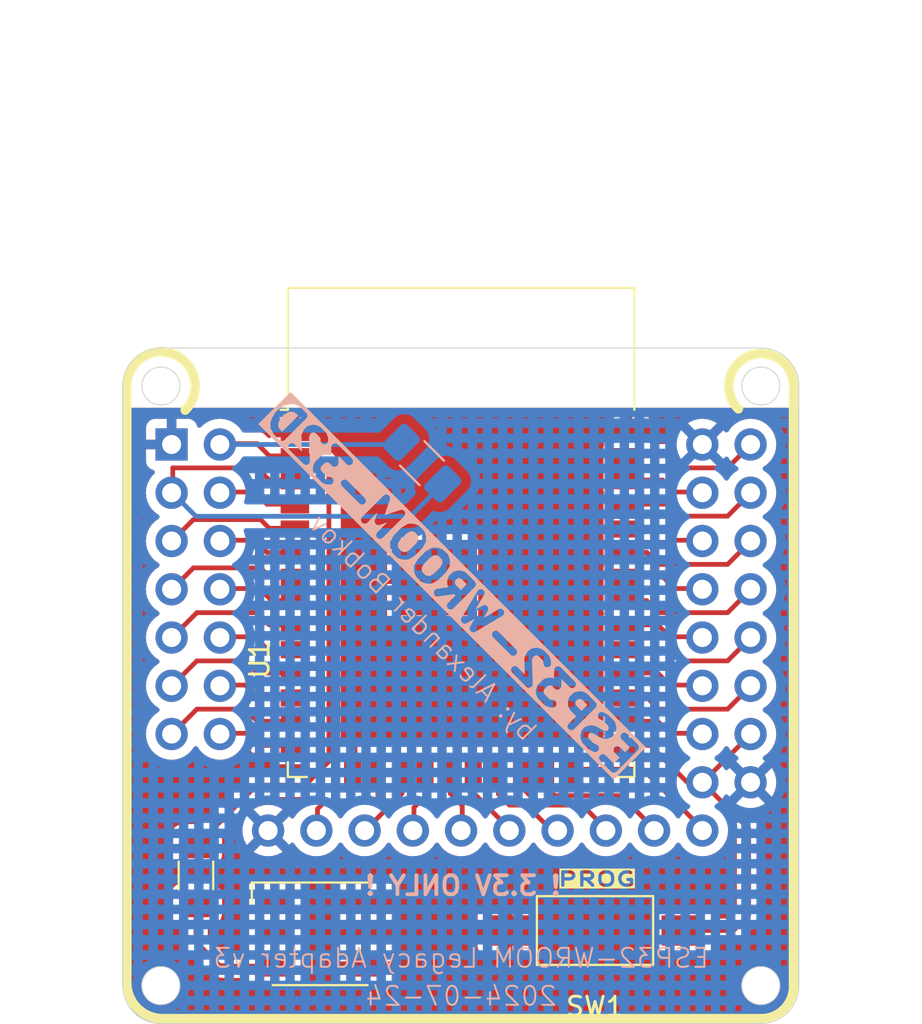
<source format=kicad_pcb>
(kicad_pcb (version 20240108) (generator "pcbnew") (generator_version "8.0")
  (layers (0 "F.Cu" signal) (31 "B.Cu" signal) (34 "B.Paste" user) (35 "F.Paste" user) (36 "B.SilkS" user "B.Silkscreen") (37 "F.SilkS" user "F.Silkscreen") (38 "B.Mask" user) (39 "F.Mask" user) (44 "Edge.Cuts" user))
  (net 0 "")
  (net 1 "GND")
  (net 2 "unconnected-(U1-SENSOR_VP-Pad4)")
  (net 3 "unconnected-(U1-SENSOR_VN-Pad5)")
  (net 4 "unconnected-(U1-IO34-Pad6)")
  (net 5 "unconnected-(U1-IO35-Pad7)")
  (net 6 "unconnected-(U1-IO32-Pad8)")
  (net 7 "unconnected-(U1-IO33-Pad9)")
  (net 8 "unconnected-(U1-IO25-Pad10)")
  (net 9 "unconnected-(U1-IO26-Pad11)")
  (net 10 "unconnected-(U1-IO27-Pad12)")
  (net 11 "unconnected-(U1-IO14-Pad13)")
  (net 12 "unconnected-(U1-IO12-Pad14)")
  (net 13 "unconnected-(U1-IO13-Pad16)")
  (net 14 "unconnected-(U1-SHD{slash}SD2-Pad17)")
  (net 15 "unconnected-(U1-SWP{slash}SD3-Pad18)")
  (net 16 "unconnected-(U1-SCS{slash}CMD-Pad19)")
  (net 17 "unconnected-(U1-SCK{slash}CLK-Pad20)")
  (net 18 "unconnected-(U1-SDO{slash}SD0-Pad21)")
  (net 19 "unconnected-(U1-SDI{slash}SD1-Pad22)")
  (net 20 "unconnected-(U1-IO15-Pad23)")
  (net 21 "unconnected-(U1-IO2-Pad24)")
  (net 22 "unconnected-(U1-IO4-Pad26)")
  (net 23 "unconnected-(U1-IO16-Pad27)")
  (net 24 "unconnected-(U1-IO17-Pad28)")
  (net 25 "unconnected-(U1-IO5-Pad29)")
  (net 26 "unconnected-(U1-IO18-Pad30)")
  (net 27 "unconnected-(U1-IO19-Pad31)")
  (net 28 "unconnected-(U1-NC-Pad32)")
  (net 29 "unconnected-(U1-IO21-Pad33)")
  (net 30 "unconnected-(U1-RXD0{slash}IO3-Pad34)")
  (net 31 "unconnected-(U1-TXD0{slash}IO1-Pad35)")
  (net 32 "unconnected-(U1-IO22-Pad36)")
  (net 33 "unconnected-(U1-IO23-Pad37)")
  (net 34 "+3V3")
  (net 36 "Net-(D1-AB)")
  (net 37 "Net-(U1-EN)")
  (net 38 "/GPIO0")
  (footprint "Alexander Footprint Library:LED_5050-6" (layer "F.Cu") (at 152.54 107.075)
    (property "Reference" "D1" (hide yes))
    (property "Value" "LED_SMD_5050")
    (fp_line (start -3.6 -2.7) (end 2.5 -2.7) (stroke (width 0.12)) (layer "F.SilkS"))
    (fp_line (start -3.6 -1.6) (end -3.6 -2.7) (stroke (width 0.12)) (layer "F.SilkS"))
    (fp_line (start 2.5 2.7) (end -2.5 2.7) (stroke (width 0.12)) (layer "F.SilkS"))
    (pad "1" smd rect (at -2.4 -1.7 90) (size 1.1 2) (layers "F.Cu" "F.Paste" "F.Mask") (net 36 "Net-(D1-AB)"))
    (pad "2" smd rect (at -2.4 0 90) (size 1.1 2) (layers "F.Cu" "F.Paste" "F.Mask") (net 36 "Net-(D1-AB)"))
    (pad "3" smd rect (at -2.4 1.7 90) (size 1.1 2) (layers "F.Cu" "F.Paste" "F.Mask") (net 36 "Net-(D1-AB)"))
    (pad "4" smd rect (at 2.4 1.7 90) (size 1.1 2) (layers "F.Cu" "F.Paste" "F.Mask") (net 1 "GND"))
    (pad "5" smd rect (at 2.4 0 90) (size 1.1 2) (layers "F.Cu" "F.Paste" "F.Mask") (net 1 "GND"))
    (pad "6" smd rect (at 2.4 -1.7 90) (size 1.1 2) (layers "F.Cu" "F.Paste" "F.Mask") (net 1 "GND"))
  )
  (footprint "Alexander Footprint Library:SW_SPST_6x3" (layer "F.Cu") (at 167.01 106.9 180)
    (property "Reference" "SW1" (at 0 -4 0) (layer "F.SilkS"))
    (property "Value" "SW_Push")
    (fp_line (start 3.06 1.81) (end -3.06 1.81) (stroke (width 0.12)) (layer "F.SilkS"))
    (fp_line (start 3.06 -1.81) (end 3.06 1.81) (stroke (width 0.12)) (layer "F.SilkS"))
    (fp_line (start -3.06 1.81) (end -3.06 -1.81) (stroke (width 0.12)) (layer "F.SilkS"))
    (fp_line (start -3.06 -1.81) (end 3.06 -1.81) (stroke (width 0.12)) (layer "F.SilkS"))
    (pad "1" smd rect (at -4.59 0 180) (size 2.18 1.6) (layers "F.Cu" "F.Paste" "F.Mask") (net 38 "/GPIO0"))
    (pad "2" smd rect (at 4.59 0 180) (size 2.18 1.6) (layers "F.Cu" "F.Paste" "F.Mask") (net 1 "GND"))
  )
  (footprint "Alexander Footprint Library:ESP32-WROOM-Adapter-Legacy-v3" (layer "F.Cu") (at 159.96 88.94)
    (property "Reference" "U1" (at -10.61 3.7 90) (layer "F.SilkS"))
    (property "Value" "ESP32-WROOM-32D")
    (fp_line (start -17.6 -10.6854) (end -17.6 20.9) (stroke (width 0.5)) (layer "F.SilkS"))
    (fp_line (start -9.12 -15.86) (end -9.12 -9.445) (stroke (width 0.12)) (layer "F.SilkS"))
    (fp_line (start -9.12 -15.86) (end 9.12 -15.86) (stroke (width 0.12)) (layer "F.SilkS"))
    (fp_line (start -9.12 -9.445) (end -9.5 -9.445) (stroke (width 0.12)) (layer "F.SilkS"))
    (fp_line (start -9.12 9.1) (end -9.12 9.88) (stroke (width 0.12)) (layer "F.SilkS"))
    (fp_line (start -9.12 9.88) (end -8.12 9.88) (stroke (width 0.12)) (layer "F.SilkS"))
    (fp_line (start 9.12 -15.86) (end 9.12 -9.445) (stroke (width 0.12)) (layer "F.SilkS"))
    (fp_line (start 9.12 9.1) (end 9.12 9.88) (stroke (width 0.12)) (layer "F.SilkS"))
    (fp_line (start 9.12 9.88) (end 8.12 9.88) (stroke (width 0.12)) (layer "F.SilkS"))
    (fp_line (start 15.8854 22.6) (end -15.7 22.6) (stroke (width 0.5)) (layer "F.SilkS"))
    (fp_line (start 17.5 -10.8) (end 17.5 20.7854) (stroke (width 0.5)) (layer "F.SilkS"))
    (fp_arc (start -17.6 -10.6854) (mid -15.117897 -12.365818) (end -14.527166 -9.427166) (stroke (width 0.5)) (layer "F.SilkS"))
    (fp_arc (start -15.700001 22.60263) (mid -17.00953 22.080265) (end -17.6 20.8) (stroke (width 0.5)) (layer "F.SilkS"))
    (fp_arc (start 14.595841 -9.495841) (mid 15.102381 -12.253488) (end 17.499999 -10.8) (stroke (width 0.5)) (layer "F.SilkS"))
    (fp_arc (start 17.5 20.7854) (mid 17.071898 22.033759) (end 15.880748 22.601944) (stroke (width 0.5)) (layer "F.SilkS"))
    (fp_line (start -17.8054 20.86) (end -17.8054 -10.7) (stroke (width 0.05)) (layer "Edge.Cuts"))
    (fp_line (start -15.8054 -12.7) (end 15.78 -12.7) (stroke (width 0.05)) (layer "Edge.Cuts"))
    (fp_line (start 15.78 22.86) (end -15.8054 22.86) (stroke (width 0.05)) (layer "Edge.Cuts"))
    (fp_line (start 17.78 -10.7) (end 17.78 20.86) (stroke (width 0.05)) (layer "Edge.Cuts"))
    (fp_arc (start -17.8054 -10.7) (mid -17.219614 -12.114214) (end -15.8054 -12.7) (stroke (width 0.05)) (layer "Edge.Cuts"))
    (fp_arc (start -15.8054 22.86) (mid -17.219614 22.274214) (end -17.8054 20.86) (stroke (width 0.05)) (layer "Edge.Cuts"))
    (fp_arc (start 15.78 -12.7) (mid 17.194214 -12.114214) (end 17.78 -10.7) (stroke (width 0.05)) (layer "Edge.Cuts"))
    (fp_arc (start 17.78 20.86) (mid 17.194214 22.274214) (end 15.78 22.86) (stroke (width 0.05)) (layer "Edge.Cuts"))
    (fp_circle (center -15.805401 -10.700001) (end -14.805401 -10.700001) (stroke (width 0.05)) (fill none) (layer "Edge.Cuts"))
    (fp_circle (center -15.805401 20.860001) (end -14.805401 20.860001) (stroke (width 0.05)) (fill none) (layer "Edge.Cuts"))
    (fp_circle (center 15.78 -10.7) (end 16.78 -10.7) (stroke (width 0.05)) (fill none) (layer "Edge.Cuts"))
    (fp_circle (center 15.78 20.86) (end 16.78 20.86) (stroke (width 0.05)) (fill none) (layer "Edge.Cuts"))
    (fp_text user "2024-07-24" (at 0 22 0) (layer "B.SilkS") (effects (font (thickness 0.1)) (justify bottom mirror)))
    (fp_text user "! 3.3V ONLY !" (at 0.1 15.6 0) (layer "B.SilkS") (effects (font (thickness 0.2) (bold yes)) (justify mirror)))
    (fp_text user "by: Alexander Bobkov" (at -2 2 -45) (layer "B.SilkS") (effects (font (thickness 0.1)) (justify mirror)))
    (fp_text user "ESP32-WROOM-32D" (at -0.5 -0.1 -45) (layer "B.SilkS" knockout) (effects (font (size 1.6 1.7) (thickness 0.4) (bold yes)) (justify mirror)))
    (fp_text user "ESP32-WROOM Legacy Adapter v3" (at 0 20 0) (layer "B.SilkS") (effects (font (thickness 0.1)) (justify bottom mirror)))
    (pad "1" thru_hole rect (at -15.24 -7.62) (size 1.7 1.7) (drill 1) (layers "*.Cu" "*.Mask") (net 1 "GND"))
    (pad "1" smd rect (at -8.75 -8.25) (size 1.5 0.9) (layers "F.Cu" "F.Paste" "F.Mask") (net 1 "GND"))
    (pad "2" thru_hole circle (at -12.7 -7.62) (size 1.7 1.7) (drill 1) (layers "*.Cu" "*.Mask") (net 34 "+3V3"))
    (pad "2" smd rect (at -8.75 -6.98) (size 1.5 0.9) (layers "F.Cu" "F.Paste" "F.Mask") (net 34 "+3V3"))
    (pad "3" thru_hole circle (at -15.24 -5.08) (size 1.7 1.7) (drill 1) (layers "*.Cu" "*.Mask") (net 37 "Net-(U1-EN)"))
    (pad "3" smd rect (at -8.75 -5.71) (size 1.5 0.9) (layers "F.Cu" "F.Paste" "F.Mask") (net 37 "Net-(U1-EN)"))
    (pad "4" thru_hole circle (at -12.7 -5.08) (size 1.7 1.7) (drill 1) (layers "*.Cu" "*.Mask") (net 2 "unconnected-(U1-SENSOR_VP-Pad4)"))
    (pad "4" smd rect (at -8.75 -4.44) (size 1.5 0.9) (layers "F.Cu" "F.Paste" "F.Mask") (net 2 "unconnected-(U1-SENSOR_VP-Pad4)"))
    (pad "5" thru_hole circle (at -15.24 -2.54) (size 1.7 1.7) (drill 1) (layers "*.Cu" "*.Mask") (net 3 "unconnected-(U1-SENSOR_VN-Pad5)"))
    (pad "5" smd rect (at -8.75 -3.17) (size 1.5 0.9) (layers "F.Cu" "F.Paste" "F.Mask") (net 3 "unconnected-(U1-SENSOR_VN-Pad5)"))
    (pad "6" thru_hole circle (at -12.7 -2.54) (size 1.7 1.7) (drill 1) (layers "*.Cu" "*.Mask") (net 4 "unconnected-(U1-IO34-Pad6)"))
    (pad "6" smd rect (at -8.75 -1.9) (size 1.5 0.9) (layers "F.Cu" "F.Paste" "F.Mask") (net 4 "unconnected-(U1-IO34-Pad6)"))
    (pad "7" thru_hole circle (at -15.24 0) (size 1.7 1.7) (drill 1) (layers "*.Cu" "*.Mask") (net 5 "unconnected-(U1-IO35-Pad7)"))
    (pad "7" smd rect (at -8.75 -0.63) (size 1.5 0.9) (layers "F.Cu" "F.Paste" "F.Mask") (net 5 "unconnected-(U1-IO35-Pad7)"))
    (pad "8" thru_hole circle (at -12.7 0) (size 1.7 1.7) (drill 1) (layers "*.Cu" "*.Mask") (net 6 "unconnected-(U1-IO32-Pad8)"))
    (pad "8" smd rect (at -8.75 0.64) (size 1.5 0.9) (layers "F.Cu" "F.Paste" "F.Mask") (net 6 "unconnected-(U1-IO32-Pad8)"))
    (pad "9" thru_hole circle (at -15.24 2.54) (size 1.7 1.7) (drill 1) (layers "*.Cu" "*.Mask") (net 7 "unconnected-(U1-IO33-Pad9)"))
    (pad "9" smd rect (at -8.75 1.91) (size 1.5 0.9) (layers "F.Cu" "F.Paste" "F.Mask") (net 7 "unconnected-(U1-IO33-Pad9)"))
    (pad "10" thru_hole circle (at -12.7 2.54) (size 1.7 1.7) (drill 1) (layers "*.Cu" "*.Mask") (net 8 "unconnected-(U1-IO25-Pad10)"))
    (pad "10" smd rect (at -8.75 3.18) (size 1.5 0.9) (layers "F.Cu" "F.Paste" "F.Mask") (net 8 "unconnected-(U1-IO25-Pad10)"))
    (pad "11" thru_hole circle (at -15.24 5.08) (size 1.7 1.7) (drill 1) (layers "*.Cu" "*.Mask") (net 9 "unconnected-(U1-IO26-Pad11)"))
    (pad "11" smd rect (at -8.75 4.45) (size 1.5 0.9) (layers "F.Cu" "F.Paste" "F.Mask") (net 9 "unconnected-(U1-IO26-Pad11)"))
    (pad "12" thru_hole circle (at -12.7 5.08) (size 1.7 1.7) (drill 1) (layers "*.Cu" "*.Mask") (net 10 "unconnected-(U1-IO27-Pad12)"))
    (pad "12" smd rect (at -8.75 5.72) (size 1.5 0.9) (layers "F.Cu" "F.Paste" "F.Mask") (net 10 "unconnected-(U1-IO27-Pad12)"))
    (pad "13" thru_hole circle (at -15.24 7.62) (size 1.7 1.7) (drill 1) (layers "*.Cu" "*.Mask") (net 11 "unconnected-(U1-IO14-Pad13)"))
    (pad "13" smd rect (at -8.75 6.99) (size 1.5 0.9) (layers "F.Cu" "F.Paste" "F.Mask") (net 11 "unconnected-(U1-IO14-Pad13)"))
    (pad "14" thru_hole circle (at -12.7 7.62) (size 1.7 1.7) (drill 1) (layers "*.Cu" "*.Mask") (net 12 "unconnected-(U1-IO12-Pad14)"))
    (pad "14" smd rect (at -8.75 8.26) (size 1.5 0.9) (layers "F.Cu" "F.Paste" "F.Mask") (net 12 "unconnected-(U1-IO12-Pad14)"))
    (pad "15" thru_hole circle (at -10.16 12.7) (size 1.7 1.7) (drill 1) (layers "*.Cu" "*.Mask") (net 1 "GND"))
    (pad "15" smd rect (at -5.71 9.51 90) (size 1.5 0.9) (layers "F.Cu" "F.Paste" "F.Mask") (net 1 "GND"))
    (pad "16" thru_hole circle (at -7.62 12.7) (size 1.7 1.7) (drill 1) (layers "*.Cu" "*.Mask") (net 13 "unconnected-(U1-IO13-Pad16)"))
    (pad "16" smd rect (at -4.44 9.51 90) (size 1.5 0.9) (layers "F.Cu" "F.Paste" "F.Mask") (net 13 "unconnected-(U1-IO13-Pad16)"))
    (pad "17" thru_hole circle (at -5.08 12.7) (size 1.7 1.7) (drill 1) (layers "*.Cu" "*.Mask") (net 14 "unconnected-(U1-SHD{slash}SD2-Pad17)"))
    (pad "17" smd rect (at -3.17 9.51 90) (size 1.5 0.9) (layers "F.Cu" "F.Paste" "F.Mask") (net 14 "unconnected-(U1-SHD{slash}SD2-Pad17)"))
    (pad "18" thru_hole circle (at -2.54 12.7) (size 1.7 1.7) (drill 1) (layers "*.Cu" "*.Mask") (net 15 "unconnected-(U1-SWP{slash}SD3-Pad18)"))
    (pad "18" smd rect (at -1.9 9.51 90) (size 1.5 0.9) (layers "F.Cu" "F.Paste" "F.Mask") (net 15 "unconnected-(U1-SWP{slash}SD3-Pad18)"))
    (pad "19" smd rect (at -0.63 9.51 90) (size 1.5 0.9) (layers "F.Cu" "F.Paste" "F.Mask") (net 16 "unconnected-(U1-SCS{slash}CMD-Pad19)"))
    (pad "19" thru_hole circle (at 0 12.7) (size 1.7 1.7) (drill 1) (layers "*.Cu" "*.Mask") (net 16 "unconnected-(U1-SCS{slash}CMD-Pad19)"))
    (pad "20" smd rect (at 0.64 9.51 90) (size 1.5 0.9) (layers "F.Cu" "F.Paste" "F.Mask") (net 17 "unconnected-(U1-SCK{slash}CLK-Pad20)"))
    (pad "20" thru_hole circle (at 2.54 12.7) (size 1.7 1.7) (drill 1) (layers "*.Cu" "*.Mask") (net 17 "unconnected-(U1-SCK{slash}CLK-Pad20)"))
    (pad "21" smd rect (at 1.91 9.51 90) (size 1.5 0.9) (layers "F.Cu" "F.Paste" "F.Mask") (net 18 "unconnected-(U1-SDO{slash}SD0-Pad21)"))
    (pad "21" thru_hole circle (at 5.08 12.7) (size 1.7 1.7) (drill 1) (layers "*.Cu" "*.Mask") (net 18 "unconnected-(U1-SDO{slash}SD0-Pad21)"))
    (pad "22" smd rect (at 3.18 9.51 90) (size 1.5 0.9) (layers "F.Cu" "F.Paste" "F.Mask") (net 19 "unconnected-(U1-SDI{slash}SD1-Pad22)"))
    (pad "22" thru_hole circle (at 7.62 12.7) (size 1.7 1.7) (drill 1) (layers "*.Cu" "*.Mask") (net 19 "unconnected-(U1-SDI{slash}SD1-Pad22)"))
    (pad "23" smd rect (at 4.45 9.51 90) (size 1.5 0.9) (layers "F.Cu" "F.Paste" "F.Mask") (net 20 "unconnected-(U1-IO15-Pad23)"))
    (pad "23" thru_hole circle (at 10.16 12.7) (size 1.7 1.7) (drill 1) (layers "*.Cu" "*.Mask") (net 20 "unconnected-(U1-IO15-Pad23)"))
    (pad "24" smd rect (at 5.72 9.51 90) (size 1.5 0.9) (layers "F.Cu" "F.Paste" "F.Mask") (net 21 "unconnected-(U1-IO2-Pad24)"))
    (pad "24" thru_hole circle (at 12.7 12.7) (size 1.7 1.7) (drill 1) (layers "*.Cu" "*.Mask") (net 21 "unconnected-(U1-IO2-Pad24)"))
    (pad "25" smd rect (at 8.75 8.26) (size 1.5 0.9) (layers "F.Cu" "F.Paste" "F.Mask") (net 38 "/GPIO0"))
    (pad "25" thru_hole circle (at 12.7 10.16) (size 1.7 1.7) (drill 1) (layers "*.Cu" "*.Mask") (net 38 "/GPIO0"))
    (pad "25" thru_hole circle (at 15.24 7.62) (size 1.7 1.7) (drill 1) (layers "*.Cu" "*.Mask") (net 38 "/GPIO0"))
    (pad "26" smd rect (at 8.75 6.99) (size 1.5 0.9) (layers "F.Cu" "F.Paste" "F.Mask") (net 22 "unconnected-(U1-IO4-Pad26)"))
    (pad "26" thru_hole circle (at 12.7 7.62) (size 1.7 1.7) (drill 1) (layers "*.Cu" "*.Mask") (net 22 "unconnected-(U1-IO4-Pad26)"))
    (pad "27" smd rect (at 8.75 5.72) (size 1.5 0.9) (layers "F.Cu" "F.Paste" "F.Mask") (net 23 "unconnected-(U1-IO16-Pad27)"))
    (pad "27" thru_hole circle (at 15.24 5.08) (size 1.7 1.7) (drill 1) (layers "*.Cu" "*.Mask") (net 23 "unconnected-(U1-IO16-Pad27)"))
    (pad "28" smd rect (at 8.75 4.45) (size 1.5 0.9) (layers "F.Cu" "F.Paste" "F.Mask") (net 24 "unconnected-(U1-IO17-Pad28)"))
    (pad "28" thru_hole circle (at 12.7 5.08) (size 1.7 1.7) (drill 1) (layers "*.Cu" "*.Mask") (net 24 "unconnected-(U1-IO17-Pad28)"))
    (pad "29" smd rect (at 8.75 3.18) (size 1.5 0.9) (layers "F.Cu" "F.Paste" "F.Mask") (net 25 "unconnected-(U1-IO5-Pad29)"))
    (pad "29" thru_hole circle (at 15.24 2.54) (size 1.7 1.7) (drill 1) (layers "*.Cu" "*.Mask") (net 25 "unconnected-(U1-IO5-Pad29)"))
    (pad "30" smd rect (at 8.75 1.91) (size 1.5 0.9) (layers "F.Cu" "F.Paste" "F.Mask") (net 26 "unconnected-(U1-IO18-Pad30)"))
    (pad "30" thru_hole circle (at 12.7 2.54) (size 1.7 1.7) (drill 1) (layers "*.Cu" "*.Mask") (net 26 "unconnected-(U1-IO18-Pad30)"))
    (pad "31" smd rect (at 8.75 0.64) (size 1.5 0.9) (layers "F.Cu" "F.Paste" "F.Mask") (net 27 "unconnected-(U1-IO19-Pad31)"))
    (pad "31" thru_hole circle (at 15.24 0) (size 1.7 1.7) (drill 1) (layers "*.Cu" "*.Mask") (net 27 "unconnected-(U1-IO19-Pad31)"))
    (pad "32" smd rect (at 8.75 -0.63) (size 1.5 0.9) (layers "F.Cu" "F.Paste" "F.Mask") (net 28 "unconnected-(U1-NC-Pad32)"))
    (pad "32" thru_hole circle (at 12.7 0) (size 1.7 1.7) (drill 1) (layers "*.Cu" "*.Mask"))
    (pad "33" smd rect (at 8.75 -1.9) (size 1.5 0.9) (layers "F.Cu" "F.Paste" "F.Mask") (net 29 "unconnected-(U1-IO21-Pad33)"))
    (pad "33" thru_hole circle (at 15.24 -2.54) (size 1.7 1.7) (drill 1) (layers "*.Cu" "*.Mask") (net 29 "unconnected-(U1-IO21-Pad33)"))
    (pad "34" smd rect (at 8.75 -3.17) (size 1.5 0.9) (layers "F.Cu" "F.Paste" "F.Mask") (net 30 "unconnected-(U1-RXD0{slash}IO3-Pad34)"))
    (pad "34" thru_hole circle (at 12.7 -2.54) (size 1.7 1.7) (drill 1) (layers "*.Cu" "*.Mask") (net 30 "unconnected-(U1-RXD0{slash}IO3-Pad34)"))
    (pad "35" smd rect (at 8.75 -4.44) (size 1.5 0.9) (layers "F.Cu" "F.Paste" "F.Mask") (net 31 "unconnected-(U1-TXD0{slash}IO1-Pad35)"))
    (pad "35" thru_hole circle (at 15.24 -5.08) (size 1.7 1.7) (drill 1) (layers "*.Cu" "*.Mask") (net 31 "unconnected-(U1-TXD0{slash}IO1-Pad35)"))
    (pad "36" smd rect (at 8.75 -5.71) (size 1.5 0.9) (layers "F.Cu" "F.Paste" "F.Mask") (net 32 "unconnected-(U1-IO22-Pad36)"))
    (pad "36" thru_hole circle (at 12.7 -5.08) (size 1.7 1.7) (drill 1) (layers "*.Cu" "*.Mask") (net 32 "unconnected-(U1-IO22-Pad36)"))
    (pad "37" smd rect (at 8.75 -6.98) (size 1.5 0.9) (layers "F.Cu" "F.Paste" "F.Mask") (net 33 "unconnected-(U1-IO23-Pad37)"))
    (pad "37" thru_hole circle (at 15.24 -7.62) (size 1.7 1.7) (drill 1) (layers "*.Cu" "*.Mask") (net 33 "unconnected-(U1-IO23-Pad37)"))
    (pad "38" smd rect (at 8.75 -8.25) (size 1.5 0.9) (layers "F.Cu" "F.Paste" "F.Mask") (net 1 "GND"))
    (pad "38" thru_hole circle (at 12.7 -7.62) (size 1.7 1.7) (drill 1) (layers "*.Cu" "*.Mask") (net 1 "GND"))
    (pad "38" thru_hole circle (at 15.24 10.16) (size 1.7 1.7) (drill 1) (layers "*.Cu" "*.Mask") (net 1 "GND"))
    (pad "39" smd rect (at -1.5 -0.53) (size 3.8 3.8) (layers "F.Cu" "F.Mask") (net 1 "GND"))
    (zone (net 0) (net_name "") (layers "*.Cu") (connect_pads (clearance 0)) (min_thickness 0.254)
      (keepout (tracks not_allowed) (vias not_allowed) (pads not_allowed) (copperpour not_allowed) (footprints not_allowed))
      (fill (thermal_gap 0.508) (thermal_bridge_width 0.508))
      (polygon (pts (xy 135.96 79.39) (xy 183.96 79.39) (xy 183.96 58.2) (xy 135.96 58.2)))
    )
  )
  (footprint "Resistor_SMD:R_1206_3216Metric_Pad1.30x1.75mm_HandSolder" (layer "F.Cu") (at 146 104 -90)
    (property "Reference" "R1" (hide yes))
    (property "Value" "R")
    (fp_line (start -0.727064 0.91) (end 0.727064 0.91) (stroke (width 0.12)) (layer "F.SilkS"))
    (fp_line (start -0.727064 -0.91) (end 0.727064 -0.91) (stroke (width 0.12)) (layer "F.SilkS"))
    (pad "1" smd roundrect (at -1.55 0 270) (size 1.3 1.75) (layers "F.Cu" "F.Paste" "F.Mask") (roundrect_rratio 0.192308) (net 34 "+3V3"))
    (pad "2" smd roundrect (at 1.55 0 270) (size 1.3 1.75) (layers "F.Cu" "F.Paste" "F.Mask") (roundrect_rratio 0.192308) (net 36 "Net-(D1-AB)"))
  )
  (footprint "Resistor_SMD:R_1206_3216Metric_Pad1.30x1.75mm_HandSolder" (layer "B.Cu") (at 157.9 82.3 -45)
    (property "Reference" "R2" (hide yes))
    (property "Value" "R")
    (fp_line (start 0.727064 0.91) (end -0.727064 0.91) (stroke (width 0.12)) (layer "B.SilkS"))
    (fp_line (start 0.727064 -0.91) (end -0.727064 -0.91) (stroke (width 0.12)) (layer "B.SilkS"))
    (pad "1" smd roundrect (at -1.550001 0 315) (size 1.3 1.75) (layers "B.Cu" "B.Paste" "B.Mask") (roundrect_rratio 0.192308) (net 34 "+3V3"))
    (pad "2" smd roundrect (at 1.550001 0 315) (size 1.3 1.75) (layers "B.Cu" "B.Paste" "B.Mask") (roundrect_rratio 0.192308) (net 37 "Net-(U1-EN)"))
  )
  (gr_text "PROG" (at 167.1 104.2 0) (layer "F.SilkS" knockout) (effects (font (size 0.7 1) (thickness 0.175) (bold yes))))
  (segment (start 147.32 83.82) (end 149.098 83.82) (width 0.25) (layer "F.Cu") (net 2))
  (segment (start 149.098 83.82) (end 149.738 84.46) (width 0.25) (layer "F.Cu") (net 2))
  (segment (start 149.738 84.46) (end 151.27 84.46) (width 0.25) (layer "F.Cu") (net 2))
  (segment (start 151.27 85.73) (end 149.86 85.73) (width 0.25) (layer "F.Cu") (net 3))
  (segment (start 144.78 86.36) (end 145.867 85.273) (width 0.25) (layer "F.Cu") (net 3))
  (segment (start 145.867 85.273) (end 149.403 85.273) (width 0.25) (layer "F.Cu") (net 3))
  (segment (start 149.403 85.273) (end 149.86 85.73) (width 0.25) (layer "F.Cu") (net 3))
  (segment (start 149.098 86.36) (end 147.32 86.36) (width 0.25) (layer "F.Cu") (net 4))
  (segment (start 149.738 87) (end 149.098 86.36) (width 0.25) (layer "F.Cu") (net 4))
  (segment (start 151.27 87) (end 149.738 87) (width 0.25) (layer "F.Cu") (net 4))
  (segment (start 144.78 88.9) (end 145.867 87.813) (width 0.25) (layer "F.Cu") (net 5))
  (segment (start 151.27 88.27) (end 149.86 88.27) (width 0.25) (layer "F.Cu") (net 5))
  (segment (start 145.867 87.813) (end 149.403 87.813) (width 0.25) (layer "F.Cu") (net 5))
  (segment (start 149.403 87.813) (end 149.86 88.27) (width 0.25) (layer "F.Cu") (net 5))
  (segment (start 151.27 89.54) (end 149.992 89.54) (width 0.25) (layer "F.Cu") (net 6))
  (segment (start 149.352 88.9) (end 147.32 88.9) (width 0.25) (layer "F.Cu") (net 6))
  (segment (start 149.992 89.54) (end 149.352 88.9) (width 0.25) (layer "F.Cu") (net 6))
  (segment (start 149.22 90.17) (end 149.86 90.81) (width 0.25) (layer "F.Cu") (net 7))
  (segment (start 146.05 90.17) (end 149.22 90.17) (width 0.25) (layer "F.Cu") (net 7))
  (segment (start 144.78 91.44) (end 146.05 90.17) (width 0.25) (layer "F.Cu") (net 7))
  (segment (start 149.86 90.81) (end 151.27 90.81) (width 0.25) (layer "F.Cu") (net 7))
  (segment (start 149.738 92.08) (end 149.098 91.44) (width 0.25) (layer "F.Cu") (net 8))
  (segment (start 151.27 92.08) (end 149.738 92.08) (width 0.25) (layer "F.Cu") (net 8))
  (segment (start 149.098 91.44) (end 147.32 91.44) (width 0.25) (layer "F.Cu") (net 8))
  (segment (start 148.59 92.71) (end 146.05 92.71) (width 0.25) (layer "F.Cu") (net 9))
  (segment (start 149.23 93.35) (end 148.59 92.71) (width 0.25) (layer "F.Cu") (net 9))
  (segment (start 146.05 92.71) (end 144.78 93.98) (width 0.25) (layer "F.Cu") (net 9))
  (segment (start 151.27 93.35) (end 149.23 93.35) (width 0.25) (layer "F.Cu") (net 9))
  (segment (start 151.27 94.62) (end 149.23 94.62) (width 0.25) (layer "F.Cu") (net 10))
  (segment (start 148.59 93.98) (end 147.32 93.98) (width 0.25) (layer "F.Cu") (net 10))
  (segment (start 149.23 94.62) (end 148.59 93.98) (width 0.25) (layer "F.Cu") (net 10))
  (segment (start 144.78 96.52) (end 146.05 95.25) (width 0.25) (layer "F.Cu") (net 11))
  (segment (start 146.05 95.25) (end 148.59 95.25) (width 0.25) (layer "F.Cu") (net 11))
  (segment (start 149.23 95.89) (end 151.27 95.89) (width 0.25) (layer "F.Cu") (net 11))
  (segment (start 148.59 95.25) (end 149.23 95.89) (width 0.25) (layer "F.Cu") (net 11))
  (segment (start 148.844 96.52) (end 147.32 96.52) (width 0.25) (layer "F.Cu") (net 12))
  (segment (start 149.484 97.16) (end 148.844 96.52) (width 0.25) (layer "F.Cu") (net 12))
  (segment (start 151.27 97.16) (end 149.484 97.16) (width 0.25) (layer "F.Cu") (net 12))
  (segment (start 152.4 101.6) (end 152.4 100.5) (width 0.25) (layer "F.Cu") (net 13))
  (segment (start 155.4 100.1) (end 155.58 99.92) (width 0.25) (layer "F.Cu") (net 13))
  (segment (start 152.8 100.1) (end 155.4 100.1) (width 0.25) (layer "F.Cu") (net 13))
  (segment (start 155.58 99.92) (end 155.58 98.41) (width 0.25) (layer "F.Cu") (net 13))
  (segment (start 152.4 100.5) (end 152.8 100.1) (width 0.25) (layer "F.Cu") (net 13))
  (segment (start 154.94 101.6) (end 156.85 99.69) (width 0.25) (layer "F.Cu") (net 14))
  (segment (start 156.85 99.69) (end 156.85 98.41) (width 0.25) (layer "F.Cu") (net 14))
  (segment (start 157.48 100.42) (end 158.12 99.78) (width 0.25) (layer "F.Cu") (net 15))
  (segment (start 158.12 99.78) (end 158.12 98.41) (width 0.25) (layer "F.Cu") (net 15))
  (segment (start 157.48 101.6) (end 157.48 100.42) (width 0.25) (layer "F.Cu") (net 15))
  (segment (start 160.02 101.6) (end 160.02 100.32) (width 0.25) (layer "F.Cu") (net 16))
  (segment (start 159.39 99.69) (end 159.39 98.41) (width 0.25) (layer "F.Cu") (net 16))
  (segment (start 160.02 100.32) (end 159.39 99.69) (width 0.25) (layer "F.Cu") (net 16))
  (segment (start 162.56 101.6) (end 160.66 99.7) (width 0.25) (layer "F.Cu") (net 17))
  (segment (start 160.66 99.7) (end 160.66 98.41) (width 0.25) (layer "F.Cu") (net 17))
  (segment (start 163.4 100.3) (end 162.5 100.3) (width 0.25) (layer "F.Cu") (net 18))
  (segment (start 161.93 99.73) (end 161.93 98.41) (width 0.25) (layer "F.Cu") (net 18))
  (segment (start 164.7 101.6) (end 163.4 100.3) (width 0.25) (layer "F.Cu") (net 18))
  (segment (start 165.1 101.6) (end 164.7 101.6) (width 0.25) (layer "F.Cu") (net 18))
  (segment (start 162.5 100.3) (end 161.93 99.73) (width 0.25) (layer "F.Cu") (net 18))
  (segment (start 164.09 100.3) (end 166.34 100.3) (width 0.25) (layer "F.Cu") (net 19))
  (segment (start 163.2 98.41) (end 163.2 99.41) (width 0.25) (layer "F.Cu") (net 19))
  (segment (start 166.34 100.3) (end 167.64 101.6) (width 0.25) (layer "F.Cu") (net 19))
  (segment (start 163.2 99.41) (end 164.09 100.3) (width 0.25) (layer "F.Cu") (net 19))
  (segment (start 164.47 99.41) (end 164.86 99.8) (width 0.25) (layer "F.Cu") (net 20))
  (segment (start 164.47 98.41) (end 164.47 99.41) (width 0.25) (layer "F.Cu") (net 20))
  (segment (start 168.38 99.8) (end 170.18 101.6) (width 0.25) (layer "F.Cu") (net 20))
  (segment (start 164.86 99.8) (end 168.38 99.8) (width 0.25) (layer "F.Cu") (net 20))
  (segment (start 169.53 98.41) (end 172.72 101.6) (width 0.25) (layer "F.Cu") (net 21))
  (segment (start 165.74 98.41) (end 169.53 98.41) (width 0.25) (layer "F.Cu") (net 21))
  (segment (start 170.942 96.52) (end 172.72 96.52) (width 0.25) (layer "F.Cu") (net 22))
  (segment (start 170.312 95.89) (end 170.942 96.52) (width 0.25) (layer "F.Cu") (net 22))
  (segment (start 168.77 95.89) (end 170.312 95.89) (width 0.25) (layer "F.Cu") (net 22))
  (segment (start 173.99 95.25) (end 175.26 93.98) (width 0.25) (layer "F.Cu") (net 23))
  (segment (start 169.733 94.62) (end 170.363 95.25) (width 0.25) (layer "F.Cu") (net 23))
  (segment (start 170.363 95.25) (end 173.99 95.25) (width 0.25) (layer "F.Cu") (net 23))
  (segment (start 168.77 94.62) (end 169.733 94.62) (width 0.25) (layer "F.Cu") (net 23))
  (segment (start 168.77 93.35) (end 170.312 93.35) (width 0.25) (layer "F.Cu") (net 24))
  (segment (start 170.942 93.98) (end 172.72 93.98) (width 0.25) (layer "F.Cu") (net 24))
  (segment (start 170.312 93.35) (end 170.942 93.98) (width 0.25) (layer "F.Cu") (net 24))
  (segment (start 171.074 92.08) (end 171.704 92.71) (width 0.25) (layer "F.Cu") (net 25))
  (segment (start 173.99 92.71) (end 175.26 91.44) (width 0.25) (layer "F.Cu") (net 25))
  (segment (start 168.77 92.08) (end 171.074 92.08) (width 0.25) (layer "F.Cu") (net 25))
  (segment (start 171.704 92.71) (end 173.99 92.71) (width 0.25) (layer "F.Cu") (net 25))
  (segment (start 170.942 91.44) (end 172.72 91.44) (width 0.25) (layer "F.Cu") (net 26))
  (segment (start 170.312 90.81) (end 170.942 91.44) (width 0.25) (layer "F.Cu") (net 26))
  (segment (start 168.77 90.81) (end 170.312 90.81) (width 0.25) (layer "F.Cu") (net 26))
  (segment (start 173.99 90.17) (end 175.26 88.9) (width 0.25) (layer "F.Cu") (net 27))
  (segment (start 168.77 89.54) (end 169.733 89.54) (width 0.25) (layer "F.Cu") (net 27))
  (segment (start 170.363 90.17) (end 173.99 90.17) (width 0.25) (layer "F.Cu") (net 27))
  (segment (start 169.733 89.54) (end 170.363 90.17) (width 0.25) (layer "F.Cu") (net 27))
  (segment (start 171.196 88.9) (end 172.72 88.9) (width 0.25) (layer "F.Cu") (net 28))
  (segment (start 168.77 88.27) (end 170.566 88.27) (width 0.25) (layer "F.Cu") (net 28))
  (segment (start 170.566 88.27) (end 171.196 88.9) (width 0.25) (layer "F.Cu") (net 28))
  (segment (start 170.363 87.63) (end 173.99 87.63) (width 0.25) (layer "F.Cu") (net 29))
  (segment (start 173.99 87.63) (end 175.26 86.36) (width 0.25) (layer "F.Cu") (net 29))
  (segment (start 168.77 87) (end 169.733 87) (width 0.25) (layer "F.Cu") (net 29))
  (segment (start 169.733 87) (end 170.363 87.63) (width 0.25) (layer "F.Cu") (net 29))
  (segment (start 168.77 85.73) (end 170.566 85.73) (width 0.25) (layer "F.Cu") (net 30))
  (segment (start 170.566 85.73) (end 171.196 86.36) (width 0.25) (layer "F.Cu") (net 30))
  (segment (start 171.196 86.36) (end 172.72 86.36) (width 0.25) (layer "F.Cu") (net 30))
  (segment (start 170.82 84.46) (end 171.45 85.09) (width 0.25) (layer "F.Cu") (net 31))
  (segment (start 173.99 85.09) (end 175.26 83.82) (width 0.25) (layer "F.Cu") (net 31))
  (segment (start 171.45 85.09) (end 173.99 85.09) (width 0.25) (layer "F.Cu") (net 31))
  (segment (start 168.77 84.46) (end 170.82 84.46) (width 0.25) (layer "F.Cu") (net 31))
  (segment (start 168.77 83.19) (end 170.566 83.19) (width 0.25) (layer "F.Cu") (net 32))
  (segment (start 170.566 83.19) (end 171.196 83.82) (width 0.25) (layer "F.Cu") (net 32))
  (segment (start 171.196 83.82) (end 172.72 83.82) (width 0.25) (layer "F.Cu") (net 32))
  (segment (start 173.99 82.55) (end 175.26 81.28) (width 0.25) (layer "F.Cu") (net 33))
  (segment (start 168.77 81.92) (end 170.82 81.92) (width 0.25) (layer "F.Cu") (net 33))
  (segment (start 170.82 81.92) (end 171.45 82.55) (width 0.25) (layer "F.Cu") (net 33))
  (segment (start 171.45 82.55) (end 173.99 82.55) (width 0.25) (layer "F.Cu") (net 33))
  (segment (start 149.22 81.28) (end 149.86 81.92) (width 0.25) (layer "F.Cu") (net 34))
  (segment (start 149.2 99.25) (end 151.75 99.25) (width 0.25) (layer "F.Cu") (net 34))
  (segment (start 151.27 81.92) (end 149.86 81.92) (width 0.25) (layer "F.Cu") (net 34))
  (segment (start 153 82.5) (end 152.42 81.92) (width 0.25) (layer "F.Cu") (net 34))
  (segment (start 147.32 81.28) (end 149.22 81.28) (width 0.25) (layer "F.Cu") (net 34))
  (segment (start 146 102.45) (end 149.2 99.25) (width 0.25) (layer "F.Cu") (net 34))
  (segment (start 152.42 81.92) (end 151.21 81.92) (width 0.25) (layer "F.Cu") (net 34))
  (segment (start 151.75 99.25) (end 153 98) (width 0.25) (layer "F.Cu") (net 34))
  (segment (start 153 98) (end 153 82.5) (width 0.25) (layer "F.Cu") (net 34))
  (segment (start 147.26 81.32) (end 156.687968 81.32) (width 0.25) (layer "B.Cu") (net 34))
  (segment (start 156.687968 81.32) (end 156.803984 81.203984) (width 0.25) (layer "B.Cu") (net 34))
  (segment (start 147.5 108.75) (end 147.525 108.775) (width 0.25) (layer "F.Cu") (net 36))
  (segment (start 146 107.5) (end 147.25 108.75) (width 0.25) (layer "F.Cu") (net 36))
  (segment (start 150.14 108.775) (end 150.14 107.075) (width 0.25) (layer "F.Cu") (net 36))
  (segment (start 146 105.55) (end 146 107.5) (width 0.25) (layer "F.Cu") (net 36))
  (segment (start 147.525 108.775) (end 150.14 108.775) (width 0.25) (layer "F.Cu") (net 36))
  (segment (start 147.25 108.75) (end 147.5 108.75) (width 0.25) (layer "F.Cu") (net 36))
  (segment (start 150.14 107.075) (end 150.14 105.375) (width 0.25) (layer "F.Cu") (net 36))
  (segment (start 149.22 82.55) (end 144.78 82.55) (width 0.25) (layer "F.Cu") (net 37))
  (segment (start 149.86 83.19) (end 149.22 82.55) (width 0.25) (layer "F.Cu") (net 37))
  (segment (start 151.27 83.19) (end 149.86 83.19) (width 0.25) (layer "F.Cu") (net 37))
  (segment (start 144.78 82.55) (end 144.78 83.82) (width 0.25) (layer "F.Cu") (net 37))
  (segment (start 150.3 85.1) (end 157.3 85.1) (width 0.25) (layer "B.Cu") (net 37))
  (segment (start 157.3 85.1) (end 157.5 84.9) (width 0.25) (layer "B.Cu") (net 37))
  (segment (start 157.5 84.9) (end 157.5 84.892032) (width 0.25) (layer "B.Cu") (net 37))
  (segment (start 146 85.1) (end 150.3 85.1) (width 0.25) (layer "B.Cu") (net 37))
  (segment (start 157.5 84.892032) (end 158.996016 83.396016) (width 0.25) (layer "B.Cu") (net 37))
  (segment (start 144.72 83.82) (end 146 85.1) (width 0.25) (layer "B.Cu") (net 37))
  (segment (start 172.66 99.1) (end 175.1 101.54) (width 0.25) (layer "F.Cu") (net 38))
  (segment (start 171.826 99.06) (end 172.72 99.06) (width 0.25) (layer "F.Cu") (net 38))
  (segment (start 169.926 97.16) (end 171.826 99.06) (width 0.25) (layer "F.Cu") (net 38))
  (segment (start 174.3 106.9) (end 171.6 106.9) (width 0.25) (layer "F.Cu") (net 38))
  (segment (start 175.1 106.1) (end 174.3 106.9) (width 0.25) (layer "F.Cu") (net 38))
  (segment (start 175.1 101.54) (end 175.1 106.1) (width 0.25) (layer "F.Cu") (net 38))
  (segment (start 172.72 99.06) (end 175.26 96.52) (width 0.25) (layer "F.Cu") (net 38))
  (segment (start 168.77 97.16) (end 169.926 97.16) (width 0.25) (layer "F.Cu") (net 38))
  (zone (net 1) (net_name "GND") (layer "F.Cu") (connect_pads (clearance 0.5)) (min_thickness 0.25) (fill yes (thermal_gap 0.5) (thermal_bridge_width 0.5))
    (polygon (pts (xy 142.2 76.2) (xy 177.8 76.2) (xy 177.8 111.8) (xy 142.2 111.7)))
  )
  (zone (net 1) (net_name "GND") (layer "B.Cu") (priority 1) (connect_pads (clearance 0.5)) (min_thickness 0.25) (fill yes (mode hatch) (thermal_gap 0.5) (thermal_bridge_width 0.5) (hatch_thickness 0.5) (hatch_gap 0.3) (hatch_orientation 0) (hatch_border_algorithm hatch_thickness) (hatch_min_hole_area 0.3))
    (polygon (pts (xy 142.1 76.2) (xy 177.8 76.2) (xy 177.8 111.8) (xy 142 111.7)))
  )
)
</source>
